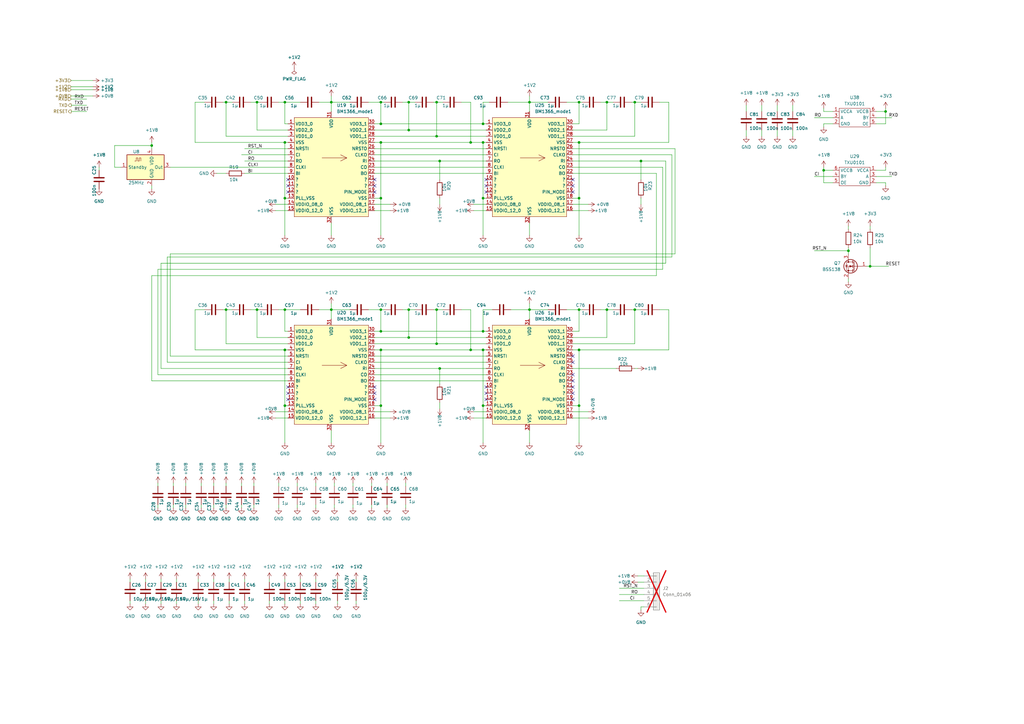
<source format=kicad_sch>
(kicad_sch (version 20231120) (generator "eeschema") (generator_version "8.0")
  (paper "A3")
  (title_block (title "BM1366 PiAxe") (date "2023-10-10") (rev "202"))
  (junction (at 217.17 41.91))
  (junction (at 262.89 66.04))
  (junction (at 156.21 41.91))
  (junction (at 167.64 127))
  (junction (at 248.92 41.91))
  (junction (at 198.12 166.37))
  (junction (at 167.64 41.91))
  (junction (at 237.49 127))
  (junction (at 92.71 127))
  (junction (at 105.41 127))
  (junction (at 92.71 41.91))
  (junction (at 179.07 127))
  (junction (at 135.89 127))
  (junction (at 116.84 166.37))
  (junction (at 237.49 166.37))
  (junction (at 156.21 50.8))
  (junction (at 356.87 109.22))
  (junction (at 62.23 59.69))
  (junction (at 116.84 127))
  (junction (at 116.84 143.51))
  (junction (at 193.04 58.42))
  (junction (at 198.12 135.89))
  (junction (at 198.12 81.28))
  (junction (at 156.21 127))
  (junction (at 237.49 81.28))
  (junction (at 237.49 58.42))
  (junction (at 260.35 41.91))
  (junction (at 193.04 143.51))
  (junction (at 180.34 151.13))
  (junction (at 198.12 50.8))
  (junction (at 363.22 45.72))
  (junction (at 156.21 135.89))
  (junction (at 237.49 143.51))
  (junction (at 135.89 41.91))
  (junction (at 260.35 127))
  (junction (at 156.21 143.51))
  (junction (at 105.41 41.91))
  (junction (at 156.21 166.37))
  (junction (at 237.49 41.91))
  (junction (at 347.98 102.87))
  (junction (at 116.84 58.42))
  (junction (at 248.92 127))
  (junction (at 179.07 140.97))
  (junction (at 180.34 66.04))
  (junction (at 217.17 127))
  (junction (at 167.64 138.43))
  (junction (at 116.84 41.91))
  (junction (at 116.84 81.28))
  (junction (at 156.21 58.42))
  (junction (at 179.07 55.88))
  (junction (at 198.12 58.42))
  (junction (at 156.21 81.28))
  (junction (at 167.64 53.34))
  (junction (at 179.07 41.91))
  (junction (at 198.12 143.51))
  (junction (at 337.82 69.85))
  (no_connect (at 234.95 73.66))
  (no_connect (at 153.67 163.83))
  (no_connect (at 153.67 158.75))
  (no_connect (at 234.95 78.74))
  (no_connect (at 118.11 163.83))
  (no_connect (at 153.67 161.29))
  (no_connect (at 234.95 153.67))
  (no_connect (at 234.95 161.29))
  (no_connect (at 234.95 148.59))
  (no_connect (at 234.95 156.21))
  (no_connect (at 153.67 73.66))
  (no_connect (at 153.67 76.2))
  (no_connect (at 234.95 158.75))
  (no_connect (at 234.95 163.83))
  (no_connect (at 199.39 158.75))
  (no_connect (at 118.11 76.2))
  (no_connect (at 199.39 78.74))
  (no_connect (at 199.39 163.83))
  (no_connect (at 199.39 161.29))
  (no_connect (at 234.95 146.05))
  (no_connect (at 199.39 73.66))
  (no_connect (at 199.39 76.2))
  (no_connect (at 153.67 78.74))
  (no_connect (at 118.11 78.74))
  (no_connect (at 118.11 158.75))
  (no_connect (at 118.11 73.66))
  (no_connect (at 234.95 76.2))
  (no_connect (at 118.11 161.29))
  (wire (pts (xy 153.67 151.13) (xy 180.34 151.13)))
  (wire (pts (xy 151.13 127) (xy 156.21 127)))
  (wire (pts (xy 87.63 246.38) (xy 87.63 247.65)))
  (wire (pts (xy 129.54 207.01) (xy 129.54 208.28)))
  (wire (pts (xy 156.21 143.51) (xy 156.21 166.37)))
  (wire (pts (xy 62.23 59.69) (xy 62.23 60.96)))
  (wire (pts (xy 347.98 92.71) (xy 347.98 93.98)))
  (wire (pts (xy 180.34 66.04) (xy 180.34 73.66)))
  (wire (pts (xy 66.04 246.38) (xy 66.04 247.65)))
  (wire (pts (xy 66.04 107.95) (xy 66.04 151.13)))
  (wire (pts (xy 259.08 127) (xy 260.35 127)))
  (wire (pts (xy 234.95 53.34) (xy 248.92 53.34)))
  (wire (pts (xy 337.82 50.8) (xy 341.63 50.8)))
  (wire (pts (xy 167.64 138.43) (xy 199.39 138.43)))
  (wire (pts (xy 29.21 35.56) (xy 38.1 35.56)))
  (wire (pts (xy 137.16 199.39) (xy 137.16 198.12)))
  (wire (pts (xy 179.07 55.88) (xy 179.07 41.91)))
  (wire (pts (xy 129.54 237.49) (xy 129.54 238.76)))
  (wire (pts (xy 217.17 176.53) (xy 217.17 181.61)))
  (wire (pts (xy 167.64 127) (xy 170.18 127)))
  (wire (pts (xy 246.38 127) (xy 248.92 127)))
  (wire (pts (xy 355.6 109.22) (xy 356.87 109.22)))
  (wire (pts (xy 193.04 58.42) (xy 193.04 41.91)))
  (wire (pts (xy 167.64 53.34) (xy 167.64 41.91)))
  (wire (pts (xy 64.77 198.12) (xy 64.77 199.39)))
  (wire (pts (xy 156.21 58.42) (xy 156.21 81.28)))
  (wire (pts (xy 100.33 71.12) (xy 118.11 71.12)))
  (wire (pts (xy 237.49 41.91) (xy 238.76 41.91)))
  (wire (pts (xy 347.98 101.6) (xy 347.98 102.87)))
  (wire (pts (xy 105.41 127) (xy 106.68 127)))
  (wire (pts (xy 269.24 71.12) (xy 269.24 113.03)))
  (wire (pts (xy 334.01 72.39) (xy 341.63 72.39)))
  (wire (pts (xy 274.32 127) (xy 270.51 127)))
  (wire (pts (xy 62.23 58.42) (xy 62.23 59.69)))
  (wire (pts (xy 363.22 45.72) (xy 363.22 44.45)))
  (wire (pts (xy 341.63 74.93) (xy 337.82 74.93)))
  (wire (pts (xy 64.77 207.01) (xy 64.77 208.28)))
  (wire (pts (xy 62.23 113.03) (xy 62.23 156.21)))
  (wire (pts (xy 234.95 138.43) (xy 248.92 138.43)))
  (wire (pts (xy 153.67 168.91) (xy 160.02 168.91)))
  (wire (pts (xy 153.67 148.59) (xy 199.39 148.59)))
  (wire (pts (xy 234.95 58.42) (xy 237.49 58.42)))
  (wire (pts (xy 234.95 86.36) (xy 241.3 86.36)))
  (wire (pts (xy 40.64 68.58) (xy 40.64 69.85)))
  (wire (pts (xy 363.22 76.2) (xy 363.22 74.93)))
  (wire (pts (xy 156.21 50.8) (xy 198.12 50.8)))
  (wire (pts (xy 156.21 135.89) (xy 156.21 127)))
  (wire (pts (xy 153.67 140.97) (xy 179.07 140.97)))
  (wire (pts (xy 359.41 48.26) (xy 365.76 48.26)))
  (wire (pts (xy 198.12 166.37) (xy 198.12 181.61)))
  (wire (pts (xy 261.62 238.76) (xy 264.16 238.76)))
  (wire (pts (xy 234.95 143.51) (xy 237.49 143.51)))
  (wire (pts (xy 99.06 63.5) (xy 118.11 63.5)))
  (wire (pts (xy 156.21 166.37) (xy 156.21 181.61)))
  (wire (pts (xy 104.14 207.01) (xy 104.14 208.28)))
  (wire (pts (xy 137.16 207.01) (xy 137.16 208.28)))
  (wire (pts (xy 153.67 58.42) (xy 156.21 58.42)))
  (wire (pts (xy 217.17 41.91) (xy 224.79 41.91)))
  (wire (pts (xy 153.67 146.05) (xy 199.39 146.05)))
  (wire (pts (xy 262.89 81.28) (xy 262.89 83.82)))
  (wire (pts (xy 306.07 43.18) (xy 306.07 45.72)))
  (wire (pts (xy 179.07 55.88) (xy 199.39 55.88)))
  (wire (pts (xy 271.78 68.58) (xy 234.95 68.58)))
  (wire (pts (xy 234.95 171.45) (xy 241.3 171.45)))
  (wire (pts (xy 334.01 102.87) (xy 347.98 102.87)))
  (wire (pts (xy 59.69 237.49) (xy 59.69 238.76)))
  (wire (pts (xy 217.17 124.46) (xy 217.17 127)))
  (wire (pts (xy 82.55 207.01) (xy 82.55 208.28)))
  (wire (pts (xy 76.2 207.01) (xy 76.2 208.28)))
  (wire (pts (xy 179.07 127) (xy 181.61 127)))
  (wire (pts (xy 116.84 81.28) (xy 116.84 96.52)))
  (wire (pts (xy 198.12 127) (xy 201.93 127)))
  (wire (pts (xy 46.99 59.69) (xy 46.99 68.58)))
  (wire (pts (xy 337.82 74.93) (xy 337.82 69.85)))
  (wire (pts (xy 66.04 151.13) (xy 118.11 151.13)))
  (wire (pts (xy 363.22 50.8) (xy 363.22 45.72)))
  (wire (pts (xy 237.49 50.8) (xy 237.49 41.91)))
  (wire (pts (xy 246.38 41.91) (xy 248.92 41.91)))
  (wire (pts (xy 153.67 66.04) (xy 180.34 66.04)))
  (wire (pts (xy 123.19 246.38) (xy 123.19 247.65)))
  (wire (pts (xy 325.12 53.34) (xy 325.12 55.88)))
  (wire (pts (xy 71.12 198.12) (xy 71.12 199.39)))
  (wire (pts (xy 194.31 83.82) (xy 199.39 83.82)))
  (wire (pts (xy 248.92 41.91) (xy 251.46 41.91)))
  (wire (pts (xy 29.21 33.02) (xy 38.1 33.02)))
  (wire (pts (xy 59.69 246.38) (xy 59.69 247.65)))
  (wire (pts (xy 62.23 59.69) (xy 46.99 59.69)))
  (wire (pts (xy 93.98 246.38) (xy 93.98 247.65)))
  (wire (pts (xy 217.17 39.37) (xy 217.17 41.91)))
  (wire (pts (xy 273.05 107.95) (xy 66.04 107.95)))
  (wire (pts (xy 146.05 237.49) (xy 146.05 238.76)))
  (wire (pts (xy 237.49 166.37) (xy 237.49 181.61)))
  (wire (pts (xy 116.84 127) (xy 116.84 135.89)))
  (wire (pts (xy 100.33 246.38) (xy 100.33 247.65)))
  (wire (pts (xy 248.92 53.34) (xy 248.92 41.91)))
  (wire (pts (xy 179.07 140.97) (xy 179.07 127)))
  (wire (pts (xy 72.39 237.49) (xy 72.39 238.76)))
  (wire (pts (xy 100.33 237.49) (xy 100.33 238.76)))
  (wire (pts (xy 275.59 63.5) (xy 234.95 63.5)))
  (wire (pts (xy 275.59 105.41) (xy 275.59 63.5)))
  (wire (pts (xy 156.21 135.89) (xy 198.12 135.89)))
  (wire (pts (xy 274.32 58.42) (xy 274.32 41.91)))
  (wire (pts (xy 234.95 55.88) (xy 260.35 55.88)))
  (wire (pts (xy 234.95 140.97) (xy 260.35 140.97)))
  (wire (pts (xy 153.67 63.5) (xy 199.39 63.5)))
  (wire (pts (xy 177.8 127) (xy 179.07 127)))
  (wire (pts (xy 135.89 124.46) (xy 135.89 127)))
  (wire (pts (xy 234.95 66.04) (xy 262.89 66.04)))
  (wire (pts (xy 153.67 55.88) (xy 179.07 55.88)))
  (wire (pts (xy 116.84 135.89) (xy 118.11 135.89)))
  (wire (pts (xy 151.13 41.91) (xy 156.21 41.91)))
  (wire (pts (xy 46.99 68.58) (xy 49.53 68.58)))
  (wire (pts (xy 153.67 71.12) (xy 199.39 71.12)))
  (wire (pts (xy 99.06 198.12) (xy 99.06 199.39)))
  (wire (pts (xy 318.77 53.34) (xy 318.77 55.88)))
  (wire (pts (xy 262.89 248.92) (xy 264.16 248.92)))
  (wire (pts (xy 217.17 127) (xy 217.17 130.81)))
  (wire (pts (xy 110.49 237.49) (xy 110.49 238.76)))
  (wire (pts (xy 114.3 41.91) (xy 116.84 41.91)))
  (wire (pts (xy 92.71 140.97) (xy 118.11 140.97)))
  (wire (pts (xy 165.1 41.91) (xy 167.64 41.91)))
  (wire (pts (xy 180.34 165.1) (xy 180.34 167.64)))
  (wire (pts (xy 237.49 135.89) (xy 237.49 127)))
  (wire (pts (xy 69.85 146.05) (xy 118.11 146.05)))
  (wire (pts (xy 274.32 143.51) (xy 274.32 127)))
  (wire (pts (xy 114.3 198.12) (xy 114.3 199.39)))
  (wire (pts (xy 135.89 91.44) (xy 135.89 96.52)))
  (wire (pts (xy 105.41 41.91) (xy 106.68 41.91)))
  (wire (pts (xy 237.49 81.28) (xy 237.49 96.52)))
  (wire (pts (xy 337.82 68.58) (xy 337.82 69.85)))
  (wire (pts (xy 156.21 81.28) (xy 156.21 96.52)))
  (wire (pts (xy 347.98 102.87) (xy 347.98 104.14)))
  (wire (pts (xy 356.87 109.22) (xy 364.49 109.22)))
  (wire (pts (xy 217.17 91.44) (xy 217.17 96.52)))
  (wire (pts (xy 273.05 66.04) (xy 273.05 107.95)))
  (wire (pts (xy 237.49 143.51) (xy 237.49 166.37)))
  (wire (pts (xy 200.66 41.91) (xy 198.12 41.91)))
  (wire (pts (xy 234.95 166.37) (xy 237.49 166.37)))
  (wire (pts (xy 123.19 237.49) (xy 123.19 238.76)))
  (wire (pts (xy 153.67 153.67) (xy 199.39 153.67)))
  (wire (pts (xy 92.71 55.88) (xy 92.71 41.91)))
  (wire (pts (xy 116.84 58.42) (xy 116.84 81.28)))
  (wire (pts (xy 180.34 151.13) (xy 180.34 157.48)))
  (wire (pts (xy 69.85 104.14) (xy 69.85 146.05)))
  (wire (pts (xy 135.89 41.91) (xy 143.51 41.91)))
  (wire (pts (xy 156.21 127) (xy 157.48 127)))
  (wire (pts (xy 116.84 143.51) (xy 116.84 166.37)))
  (wire (pts (xy 167.64 138.43) (xy 167.64 127)))
  (wire (pts (xy 158.75 199.39) (xy 158.75 198.12)))
  (wire (pts (xy 153.67 81.28) (xy 156.21 81.28)))
  (wire (pts (xy 102.87 41.91) (xy 105.41 41.91)))
  (wire (pts (xy 102.87 127) (xy 105.41 127)))
  (wire (pts (xy 105.41 138.43) (xy 105.41 127)))
  (wire (pts (xy 116.84 58.42) (xy 80.01 58.42)))
  (wire (pts (xy 194.31 168.91) (xy 199.39 168.91)))
  (wire (pts (xy 194.31 86.36) (xy 199.39 86.36)))
  (wire (pts (xy 93.98 237.49) (xy 93.98 238.76)))
  (wire (pts (xy 80.01 41.91) (xy 83.82 41.91)))
  (wire (pts (xy 156.21 41.91) (xy 157.48 41.91)))
  (wire (pts (xy 359.41 45.72) (xy 363.22 45.72)))
  (wire (pts (xy 114.3 127) (xy 116.84 127)))
  (wire (pts (xy 199.39 143.51) (xy 198.12 143.51)))
  (wire (pts (xy 337.82 44.45) (xy 337.82 45.72)))
  (wire (pts (xy 234.95 168.91) (xy 241.3 168.91)))
  (wire (pts (xy 334.01 48.26) (xy 341.63 48.26)))
  (wire (pts (xy 113.03 171.45) (xy 118.11 171.45)))
  (wire (pts (xy 217.17 41.91) (xy 217.17 45.72)))
  (wire (pts (xy 237.49 58.42) (xy 274.32 58.42)))
  (wire (pts (xy 121.92 198.12) (xy 121.92 199.39)))
  (wire (pts (xy 153.67 156.21) (xy 199.39 156.21)))
  (wire (pts (xy 72.39 246.38) (xy 72.39 247.65)))
  (wire (pts (xy 208.28 41.91) (xy 217.17 41.91)))
  (wire (pts (xy 135.89 176.53) (xy 135.89 181.61)))
  (wire (pts (xy 116.84 127) (xy 123.19 127)))
  (wire (pts (xy 152.4 207.01) (xy 152.4 208.28)))
  (wire (pts (xy 113.03 86.36) (xy 118.11 86.36)))
  (wire (pts (xy 68.58 148.59) (xy 118.11 148.59)))
  (wire (pts (xy 166.37 207.01) (xy 166.37 208.28)))
  (wire (pts (xy 276.86 104.14) (xy 69.85 104.14)))
  (wire (pts (xy 116.84 143.51) (xy 80.01 143.51)))
  (wire (pts (xy 68.58 105.41) (xy 275.59 105.41)))
  (wire (pts (xy 92.71 41.91) (xy 95.25 41.91)))
  (wire (pts (xy 193.04 143.51) (xy 198.12 143.51)))
  (wire (pts (xy 64.77 110.49) (xy 271.78 110.49)))
  (wire (pts (xy 363.22 69.85) (xy 363.22 68.58)))
  (wire (pts (xy 130.81 41.91) (xy 135.89 41.91)))
  (wire (pts (xy 76.2 198.12) (xy 76.2 199.39)))
  (wire (pts (xy 116.84 50.8) (xy 118.11 50.8)))
  (wire (pts (xy 144.78 207.01) (xy 144.78 208.28)))
  (wire (pts (xy 113.03 83.82) (xy 118.11 83.82)))
  (wire (pts (xy 359.41 72.39) (xy 365.76 72.39)))
  (wire (pts (xy 177.8 41.91) (xy 179.07 41.91)))
  (wire (pts (xy 87.63 237.49) (xy 87.63 238.76)))
  (wire (pts (xy 234.95 151.13) (xy 252.73 151.13)))
  (wire (pts (xy 153.67 135.89) (xy 156.21 135.89)))
  (wire (pts (xy 193.04 58.42) (xy 198.12 58.42)))
  (wire (pts (xy 91.44 41.91) (xy 92.71 41.91)))
  (wire (pts (xy 153.67 166.37) (xy 156.21 166.37)))
  (wire (pts (xy 356.87 101.6) (xy 356.87 109.22)))
  (wire (pts (xy 69.85 68.58) (xy 118.11 68.58)))
  (wire (pts (xy 82.55 198.12) (xy 82.55 199.39)))
  (wire (pts (xy 144.78 198.12) (xy 144.78 199.39)))
  (wire (pts (xy 359.41 69.85) (xy 363.22 69.85)))
  (wire (pts (xy 234.95 71.12) (xy 269.24 71.12)))
  (wire (pts (xy 198.12 81.28) (xy 199.39 81.28)))
  (wire (pts (xy 129.54 199.39) (xy 129.54 198.12)))
  (wire (pts (xy 198.12 41.91) (xy 198.12 50.8)))
  (wire (pts (xy 105.41 53.34) (xy 105.41 41.91)))
  (wire (pts (xy 138.43 237.49) (xy 138.43 238.76)))
  (wire (pts (xy 318.77 43.18) (xy 318.77 45.72)))
  (wire (pts (xy 100.33 60.96) (xy 118.11 60.96)))
  (wire (pts (xy 259.08 41.91) (xy 260.35 41.91)))
  (wire (pts (xy 146.05 246.38) (xy 146.05 247.65)))
  (wire (pts (xy 260.35 55.88) (xy 260.35 41.91)))
  (wire (pts (xy 88.9 71.12) (xy 92.71 71.12)))
  (wire (pts (xy 234.95 83.82) (xy 241.3 83.82)))
  (wire (pts (xy 363.22 74.93) (xy 359.41 74.93)))
  (wire (pts (xy 262.89 250.19) (xy 262.89 248.92)))
  (wire (pts (xy 135.89 127) (xy 143.51 127)))
  (wire (pts (xy 153.67 171.45) (xy 160.02 171.45)))
  (wire (pts (xy 194.31 171.45) (xy 199.39 171.45)))
  (wire (pts (xy 356.87 92.71) (xy 356.87 93.98)))
  (wire (pts (xy 116.84 166.37) (xy 118.11 166.37)))
  (wire (pts (xy 121.92 207.01) (xy 121.92 208.28)))
  (wire (pts (xy 198.12 143.51) (xy 198.12 166.37)))
  (wire (pts (xy 312.42 43.18) (xy 312.42 45.72)))
  (wire (pts (xy 153.67 86.36) (xy 160.02 86.36)))
  (wire (pts (xy 234.95 60.96) (xy 276.86 60.96)))
  (wire (pts (xy 180.34 151.13) (xy 199.39 151.13)))
  (wire (pts (xy 260.35 127) (xy 262.89 127)))
  (wire (pts (xy 91.44 127) (xy 92.71 127)))
  (wire (pts (xy 248.92 138.43) (xy 248.92 127)))
  (wire (pts (xy 116.84 246.38) (xy 116.84 247.65)))
  (wire (pts (xy 193.04 143.51) (xy 193.04 127)))
  (wire (pts (xy 80.01 127) (xy 83.82 127)))
  (wire (pts (xy 254 246.38) (xy 264.16 246.38)))
  (wire (pts (xy 153.67 68.58) (xy 199.39 68.58)))
  (wire (pts (xy 156.21 50.8) (xy 156.21 41.91)))
  (wire (pts (xy 325.12 43.18) (xy 325.12 45.72)))
  (wire (pts (xy 167.64 53.34) (xy 199.39 53.34)))
  (wire (pts (xy 337.82 45.72) (xy 341.63 45.72)))
  (wire (pts (xy 29.21 39.37) (xy 38.1 39.37)))
  (wire (pts (xy 217.17 127) (xy 224.79 127)))
  (wire (pts (xy 347.98 114.3) (xy 347.98 115.57)))
  (wire (pts (xy 116.84 81.28) (xy 118.11 81.28)))
  (wire (pts (xy 237.49 58.42) (xy 237.49 81.28)))
  (wire (pts (xy 260.35 140.97) (xy 260.35 127)))
  (wire (pts (xy 199.39 58.42) (xy 198.12 58.42)))
  (wire (pts (xy 135.89 39.37) (xy 135.89 41.91)))
  (wire (pts (xy 260.35 41.91) (xy 262.89 41.91)))
  (wire (pts (xy 104.14 198.12) (xy 104.14 199.39)))
  (wire (pts (xy 234.95 50.8) (xy 237.49 50.8)))
  (wire (pts (xy 116.84 237.49) (xy 116.84 238.76)))
  (wire (pts (xy 337.82 52.07) (xy 337.82 50.8)))
  (wire (pts (xy 130.81 127) (xy 135.89 127)))
  (wire (pts (xy 167.64 41.91) (xy 170.18 41.91)))
  (wire (pts (xy 135.89 41.91) (xy 135.89 45.72)))
  (wire (pts (xy 193.04 41.91) (xy 189.23 41.91)))
  (wire (pts (xy 64.77 153.67) (xy 118.11 153.67)))
  (wire (pts (xy 92.71 55.88) (xy 118.11 55.88)))
  (wire (pts (xy 64.77 153.67) (xy 64.77 110.49)))
  (wire (pts (xy 234.95 135.89) (xy 237.49 135.89)))
  (wire (pts (xy 198.12 81.28) (xy 198.12 96.52)))
  (wire (pts (xy 153.67 138.43) (xy 167.64 138.43)))
  (wire (pts (xy 232.41 127) (xy 237.49 127)))
  (wire (pts (xy 248.92 127) (xy 251.46 127)))
  (wire (pts (xy 100.33 66.04) (xy 118.11 66.04)))
  (wire (pts (xy 92.71 127) (xy 95.25 127)))
  (wire (pts (xy 153.67 143.51) (xy 156.21 143.51)))
  (wire (pts (xy 113.03 168.91) (xy 118.11 168.91)))
  (wire (pts (xy 232.41 41.91) (xy 237.49 41.91)))
  (wire (pts (xy 87.63 198.12) (xy 87.63 199.39)))
  (wire (pts (xy 254 241.3) (xy 264.16 241.3)))
  (wire (pts (xy 234.95 81.28) (xy 237.49 81.28)))
  (wire (pts (xy 105.41 53.34) (xy 118.11 53.34)))
  (wire (pts (xy 138.43 246.38) (xy 138.43 247.65)))
  (wire (pts (xy 179.07 41.91) (xy 181.61 41.91)))
  (wire (pts (xy 62.23 76.2) (xy 62.23 77.47)))
  (wire (pts (xy 80.01 143.51) (xy 80.01 127)))
  (wire (pts (xy 92.71 207.01) (xy 92.71 208.28)))
  (wire (pts (xy 158.75 207.01) (xy 158.75 208.28)))
  (wire (pts (xy 81.28 246.38) (xy 81.28 247.65)))
  (wire (pts (xy 92.71 198.12) (xy 92.71 199.39)))
  (wire (pts (xy 306.07 53.34) (xy 306.07 55.88)))
  (wire (pts (xy 87.63 207.01) (xy 87.63 208.28)))
  (wire (pts (xy 337.82 69.85) (xy 341.63 69.85)))
  (wire (pts (xy 260.35 151.13) (xy 261.62 151.13)))
  (wire (pts (xy 62.23 156.21) (xy 118.11 156.21)))
  (wire (pts (xy 92.71 140.97) (xy 92.71 127)))
  (wire (pts (xy 179.07 140.97) (xy 199.39 140.97)))
  (wire (pts (xy 262.89 66.04) (xy 273.05 66.04)))
  (wire (pts (xy 68.58 148.59) (xy 68.58 105.41)))
  (wire (pts (xy 129.54 246.38) (xy 129.54 247.65)))
  (wire (pts (xy 153.67 53.34) (xy 167.64 53.34)))
  (wire (pts (xy 116.84 41.91) (xy 123.19 41.91)))
  (wire (pts (xy 271.78 110.49) (xy 271.78 68.58)))
  (wire (pts (xy 118.11 58.42) (xy 116.84 58.42)))
  (wire (pts (xy 135.89 127) (xy 135.89 130.81)))
  (wire (pts (xy 261.62 236.22) (xy 264.16 236.22)))
  (wire (pts (xy 156.21 143.51) (xy 193.04 143.51)))
  (wire (pts (xy 71.12 207.01) (xy 71.12 208.28)))
  (wire (pts (xy 118.11 143.51) (xy 116.84 143.51)))
  (wire (pts (xy 180.34 81.28) (xy 180.34 83.82)))
  (wire (pts (xy 269.24 113.03) (xy 62.23 113.03)))
  (wire (pts (xy 29.21 40.64) (xy 35.56 40.64)))
  (wire (pts (xy 81.28 237.49) (xy 81.28 238.76)))
  (wire (pts (xy 237.49 143.51) (xy 274.32 143.51)))
  (wire (pts (xy 116.84 41.91) (xy 116.84 50.8)))
  (wire (pts (xy 166.37 199.39) (xy 166.37 198.12)))
  (wire (pts (xy 180.34 66.04) (xy 199.39 66.04)))
  (wire (pts (xy 274.32 41.91) (xy 270.51 41.91)))
  (wire (pts (xy 165.1 127) (xy 167.64 127)))
  (wire (pts (xy 198.12 127) (xy 198.12 135.89)))
  (wire (pts (xy 105.41 138.43) (xy 118.11 138.43)))
  (wire (pts (xy 53.34 237.49) (xy 53.34 238.76)))
  (wire (pts (xy 156.21 58.42) (xy 193.04 58.42)))
  (wire (pts (xy 66.04 237.49) (xy 66.04 238.76)))
  (wire (pts (xy 153.67 83.82) (xy 160.02 83.82)))
  (wire (pts (xy 209.55 127) (xy 217.17 127)))
  (wire (pts (xy 262.89 66.04) (xy 262.89 73.66)))
  (wire (pts (xy 198.12 58.42) (xy 198.12 81.28)))
  (wire (pts (xy 110.49 246.38) (xy 110.49 247.65)))
  (wire (pts (xy 153.67 60.96) (xy 199.39 60.96)))
  (wire (pts (xy 153.67 50.8) (xy 156.21 50.8)))
  (wire (pts (xy 359.41 50.8) (xy 363.22 50.8)))
  (wire (pts (xy 114.3 207.01) (xy 114.3 208.28)))
  (wire (pts (xy 193.04 127) (xy 189.23 127)))
  (wire (pts (xy 116.84 166.37) (xy 116.84 181.61)))
  (wire (pts (xy 29.21 43.18) (xy 35.56 43.18)))
  (wire (pts (xy 312.42 53.34) (xy 312.42 55.88)))
  (wire (pts (xy 152.4 198.12) (xy 152.4 199.39)))
  (wire (pts (xy 254 243.84) (xy 264.16 243.84)))
  (wire (pts (xy 80.01 58.42) (xy 80.01 41.91)))
  (wire (pts (xy 276.86 60.96) (xy 276.86 104.14)))
  (wire (pts (xy 198.12 50.8) (xy 199.39 50.8)))
  (wire (pts (xy 99.06 207.01) (xy 99.06 208.28)))
  (wire (pts (xy 237.49 127) (xy 238.76 127)))
  (wire (pts (xy 29.21 45.72) (xy 35.56 45.72)))
  (wire (pts (xy 53.34 246.38) (xy 53.34 247.65)))
  (wire (pts (xy 29.21 36.83) (xy 38.1 36.83)))
  (wire (pts (xy 198.12 135.89) (xy 199.39 135.89)))
  (wire (pts (xy 198.12 166.37) (xy 199.39 166.37)))
  (label "RO" (at 334.01 48.26 0))
  (label "RESET" (at 363.22 109.22 0))
  (label "RST_N" (at 261.62 241.3 180))
  (label "RO" (at 101.6 66.04 0))
  (label "CI" (at 260.35 246.38 180))
  (label "CLKI" (at 101.6 68.58 0))
  (label "TXD" (at 30.48 43.18 0))
  (label "RXD" (at 30.48 40.64 0))
  (label "RST_N" (at 101.6 60.96 0))
  (label "TXD" (at 364.49 72.39 0))
  (label "RST_N" (at 339.09 102.87 180))
  (label "RXD" (at 364.49 48.26 0))
  (label "RESET" (at 30.48 45.72 0))
  (label "RO" (at 261.62 243.84 180))
  (label "BI" (at 101.6 71.12 0))
  (label "CI" (at 101.6 63.5 0))
  (label "CI" (at 334.01 72.39 0))
  (hierarchical_label "+3V3" (shape input) (at 29.21 33.02 180))
  (hierarchical_label "+0V8" (shape input) (at 29.21 39.37 180))
  (hierarchical_label "+1V8" (shape input) (at 29.21 36.83 180))
  (hierarchical_label "TXD" (shape output) (at 29.21 43.18 180))
  (hierarchical_label "RESET" (shape output) (at 29.21 45.72 180))
  (hierarchical_label "+1V2" (shape input) (at 29.21 35.56 180))
  (hierarchical_label "RXD" (shape input) (at 29.21 40.64 180))
  (symbol (lib_id "Device:R") (at 347.98 97.79 180) (unit 1)
    (property "Reference" "R24" (at 349.885 96.52 0) (effects (justify right)))
    (property "Value" "10k" (at 349.885 99.06 0) (effects (justify right)))
    (property "Footprint" "Resistor_SMD:R_0805_2012Metric" (effects (hide yes)))
  )
  (symbol (lib_id "power:GND") (at 64.77 208.28 0) (mirror y) (unit 1)
    (property "Reference" "#PWR062" (effects (hide yes)))
    (property "Value" "GND" (at 64.77 212.725 0))
  )
  (symbol (lib_name "GND_7") (lib_id "power:GND") (at 123.19 247.65 0) (unit 1)
    (property "Reference" "#PWR0102" (effects (hide yes)))
    (property "Value" "GND" (at 123.19 252.73 0))
  )
  (symbol (lib_id "power:GND") (at 312.42 55.88 0) (mirror y) (unit 1)
    (property "Reference" "#PWR0150" (effects (hide yes)))
    (property "Value" "GND" (at 312.42 60.325 0))
  )
  (symbol (lib_id "Device:C") (at 173.99 127 90) (unit 1)
    (property "Reference" "C70" (at 171.45 124.46 90) (effects (justify left bottom)))
    (property "Value" "1µ" (at 172.72 127.635 90) (effects (justify left bottom)))
    (property "Footprint" "Capacitor_SMD:C_0805_2012Metric" (effects (hide yes)))
  )
  (symbol (lib_name "GND_7") (lib_id "power:GND") (at 81.28 247.65 0) (unit 1)
    (property "Reference" "#PWR070" (effects (hide yes)))
    (property "Value" "GND" (at 81.28 252.73 0))
  )
  (symbol (lib_id "mylib7:TXU0101DCK") (at 350.52 48.26 0) (unit 1)
    (property "Reference" "U38" (at 350.52 40.005 0))
    (property "Value" "TXU0101" (at 350.52 42.545 0))
    (property "Footprint" "Package_TO_SOT_SMD:SOT-363_SC-70-6" (effects (hide yes)))
    (property "Distributor" "D" (effects (hide yes)))
    (property "Manufacturer" "TXU0101DCKR" (effects (hide yes)))
    (property "OrderNr" "296-TXU0101DCKRCT-ND" (effects (hide yes)))
  )
  (symbol (lib_id "power:+1V2") (at 38.1 35.56 270) (unit 1)
    (property "Reference" "#PWR050" (effects (hide yes)))
    (property "Value" "+1V2" (at 41.275 35.56 90) (effects (justify left)))
  )
  (symbol (lib_id "Device:C") (at 92.71 203.2 180) (unit 1)
    (property "Reference" "C40" (at 90.17 205.74 90) (effects (justify left bottom)))
    (property "Value" "1µ" (at 93.345 204.47 90) (effects (justify left bottom)))
    (property "Footprint" "Capacitor_SMD:C_0805_2012Metric" (effects (hide yes)))
  )
  (symbol (lib_id "mylib7:+0V8") (at 113.03 168.91 90) (unit 1)
    (property "Reference" "U18" (effects (hide yes)))
    (property "Value" "+0V8" (at 113.665 167.64 90) (effects (justify left)))
    (property "Distributor" "-" (effects (hide yes)))
  )
  (symbol (lib_id "power:+1V8") (at 62.23 58.42 0) (unit 1)
    (property "Reference" "#PWR060" (effects (hide yes)))
    (property "Value" "+1V8" (at 62.23 53.34 0))
  )
  (symbol (lib_id "power:+1V8") (at 312.42 43.18 0) (unit 1)
    (property "Reference" "#PWR0149" (effects (hide yes)))
    (property "Value" "+1V8" (at 312.42 38.1 0))
  )
  (symbol (lib_id "power:+1V8") (at 261.62 236.22 90) (unit 1)
    (property "Reference" "#PWR0190" (effects (hide yes)))
    (property "Value" "+1V8" (at 258.445 236.22 90) (effects (justify left)))
  )
  (symbol (lib_id "power:+1V8") (at 347.98 92.71 0) (unit 1)
    (property "Reference" "#PWR0155" (effects (hide yes)))
    (property "Value" "+1V8" (at 347.98 87.63 0))
  )
  (symbol (lib_name "GND_7") (lib_id "power:GND") (at 72.39 247.65 0) (unit 1)
    (property "Reference" "#PWR067" (effects (hide yes)))
    (property "Value" "GND" (at 72.39 252.73 0))
  )
  (symbol (lib_id "power:+1V2") (at 93.98 237.49 0) (unit 1)
    (property "Reference" "#PWR079" (effects (hide yes)))
    (property "Value" "+1V2" (at 93.98 232.41 0))
  )
  (symbol (lib_id "power:GND") (at 217.17 181.61 0) (mirror y) (unit 1)
    (property "Reference" "#PWR0134" (effects (hide yes)))
    (property "Value" "GND" (at 217.17 186.055 0))
  )
  (symbol (lib_id "power:+1V2") (at 217.17 39.37 0) (unit 1)
    (property "Reference" "#PWR0131" (effects (hide yes)))
    (property "Value" "+1V2" (at 217.17 34.925 0))
  )
  (symbol (lib_id "power:GND") (at 217.17 96.52 0) (mirror y) (unit 1)
    (property "Reference" "#PWR0132" (effects (hide yes)))
    (property "Value" "GND" (at 217.17 100.965 0))
  )
  (symbol (lib_id "Device:R") (at 180.34 77.47 0) (unit 1)
    (property "Reference" "R20" (at 184.15 76.2 90))
    (property "Value" "10k" (at 182.245 76.835 90))
    (property "Footprint" "Resistor_SMD:R_0805_2012Metric" (effects (hide yes)))
  )
  (symbol (lib_id "power:GND") (at 166.37 208.28 0) (mirror y) (unit 1)
    (property "Reference" "#PWR0124" (effects (hide yes)))
    (property "Value" "GND" (at 166.37 212.725 0))
  )
  (symbol (lib_id "Device:C") (at 99.06 127 90) (unit 1)
    (property "Reference" "C43" (at 96.52 124.46 90) (effects (justify left bottom)))
    (property "Value" "1µ" (at 97.79 127.635 90) (effects (justify left bottom)))
    (property "Footprint" "Capacitor_SMD:C_0805_2012Metric" (effects (hide yes)))
  )
  (symbol (lib_id "power:+1V8") (at 113.03 86.36 90) (unit 1)
    (property "Reference" "#PWR091" (effects (hide yes)))
    (property "Value" "+1V8" (at 107.95 86.36 90))
  )
  (symbol (lib_id "power:+1V2") (at 123.19 237.49 0) (unit 1)
    (property "Reference" "#PWR0101" (effects (hide yes)))
    (property "Value" "+1V2" (at 123.19 232.41 0))
  )
  (symbol (lib_id "power:+1V2") (at 66.04 237.49 0) (unit 1)
    (property "Reference" "#PWR063" (effects (hide yes)))
    (property "Value" "+1V2" (at 66.04 232.41 0))
  )
  (symbol (lib_id "power:+3V3") (at 363.22 44.45 0) (unit 1)
    (property "Reference" "#PWR0144" (effects (hide yes)))
    (property "Value" "+3V3" (at 363.22 39.37 0))
  )
  (symbol (lib_id "power:+1V8") (at 144.78 198.12 0) (unit 1)
    (property "Reference" "#PWR0113" (effects (hide yes)))
    (property "Value" "+1V8" (at 144.78 194.31 0))
  )
  (symbol (lib_id "power:GND") (at 237.49 181.61 0) (mirror y) (unit 1)
    (property "Reference" "#PWR0136" (effects (hide yes)))
    (property "Value" "GND" (at 237.49 186.055 0))
  )
  (symbol (lib_id "Device:C") (at 185.42 41.91 90) (unit 1)
    (property "Reference" "C71" (at 182.88 39.37 90) (effects (justify left bottom)))
    (property "Value" "1µ" (at 184.15 42.545 90) (effects (justify left bottom)))
    (property "Footprint" "Capacitor_SMD:C_0805_2012Metric" (effects (hide yes)))
  )
  (symbol (lib_id "power:+1V2") (at 87.63 237.49 0) (unit 1)
    (property "Reference" "#PWR073" (effects (hide yes)))
    (property "Value" "+1V2" (at 87.63 232.41 0))
  )
  (symbol (lib_id "power:GND") (at 135.89 96.52 0) (mirror y) (unit 1)
    (property "Reference" "#PWR0108" (effects (hide yes)))
    (property "Value" "GND" (at 135.89 100.965 0))
  )
  (symbol (lib_name "GND_4") (lib_id "power:GND") (at 88.9 71.12 270) (unit 1)
    (property "Reference" "#PWR075" (effects (hide yes)))
    (property "Value" "GND" (at 85.725 71.12 90) (effects (justify right)))
  )
  (symbol (lib_id "mylib7:+0V8") (at 241.3 83.82 270) (unit 1)
    (property "Reference" "U27" (effects (hide yes)))
    (property "Value" "+0V8" (at 244.475 83.82 90) (effects (justify left)))
    (property "Distributor" "-" (effects (hide yes)))
  )
  (symbol (lib_id "power:+1V8") (at 160.02 86.36 270) (unit 1)
    (property "Reference" "#PWR0121" (effects (hide yes)))
    (property "Value" "+1V8" (at 165.1 86.36 90))
  )
  (symbol (lib_id "power:+1V8") (at 38.1 36.83 270) (unit 1)
    (property "Reference" "#PWR051" (effects (hide yes)))
    (property "Value" "+1V8" (at 41.275 36.83 90) (effects (justify left)))
  )
  (symbol (lib_id "power:+1V8") (at 152.4 198.12 0) (unit 1)
    (property "Reference" "#PWR0115" (effects (hide yes)))
    (property "Value" "+1V8" (at 152.4 194.31 0))
  )
  (symbol (lib_id "mylib7:+0V8") (at 99.06 198.12 0) (unit 1)
    (property "Reference" "U15" (effects (hide yes)))
    (property "Value" "+0V8" (at 99.06 194.945 90) (effects (justify left)))
    (property "Distributor" "-" (effects (hide yes)))
  )
  (symbol (lib_id "power:GND") (at 92.71 208.28 0) (mirror y) (unit 1)
    (property "Reference" "#PWR078" (effects (hide yes)))
    (property "Value" "GND" (at 92.71 212.725 0))
  )
  (symbol (lib_id "mylib7:+0V8") (at 160.02 83.82 270) (unit 1)
    (property "Reference" "U21" (effects (hide yes)))
    (property "Value" "+0V8" (at 163.195 83.82 90) (effects (justify left)))
    (property "Distributor" "-" (effects (hide yes)))
  )
  (symbol (lib_id "power:GND") (at 71.12 208.28 0) (mirror y) (unit 1)
    (property "Reference" "#PWR065" (effects (hide yes)))
    (property "Value" "GND" (at 71.12 212.725 0))
  )
  (symbol (lib_id "mylib7:+0V8") (at 71.12 198.12 0) (unit 1)
    (property "Reference" "U10" (effects (hide yes)))
    (property "Value" "+0V8" (at 71.12 194.945 90) (effects (justify left)))
    (property "Distributor" "-" (effects (hide yes)))
  )
  (symbol (lib_id "Device:C") (at 173.99 41.91 90) (unit 1)
    (property "Reference" "C69" (at 171.45 39.37 90) (effects (justify left bottom)))
    (property "Value" "1µ" (at 172.72 42.545 90) (effects (justify left bottom)))
    (property "Footprint" "Capacitor_SMD:C_0805_2012Metric" (effects (hide yes)))
  )
  (symbol (lib_id "Device:C") (at 110.49 242.57 0) (unit 1)
    (property "Reference" "C49" (at 111.125 240.665 0) (effects (justify left bottom)))
    (property "Value" "100n" (at 111.76 246.38 0) (effects (justify left bottom)))
    (property "Footprint" "Capacitor_SMD:C_0805_2012Metric" (effects (hide yes)))
  )
  (symbol (lib_id "Device:C") (at 76.2 203.2 180) (unit 1)
    (property "Reference" "C32" (at 73.66 205.74 90) (effects (justify left bottom)))
    (property "Value" "1µ" (at 76.835 204.47 90) (effects (justify left bottom)))
    (property "Footprint" "Capacitor_SMD:C_0805_2012Metric" (effects (hide yes)))
  )
  (symbol (lib_id "mylib7:+0V8") (at 87.63 198.12 0) (unit 1)
    (property "Reference" "U13" (effects (hide yes)))
    (property "Value" "+0V8" (at 87.63 194.945 90) (effects (justify left)))
    (property "Distributor" "-" (effects (hide yes)))
  )
  (symbol (lib_id "Device:C") (at 138.43 242.57 0) (unit 1)
    (property "Reference" "C55" (at 137.16 241.3 90) (effects (justify left)))
    (property "Value" "100µ/6.3V" (at 142.24 246.38 90) (effects (justify left)))
    (property "Footprint" "Capacitor_SMD:C_1210_3225Metric" (effects (hide yes)))
    (property "Distributor" "D" (effects (hide yes)))
    (property "Manufacturer" "C1210C107M9PAC7800" (effects (hide yes)))
    (property "OrderNr" "399-C1210C107M9PAC7800CT-ND" (effects (hide yes)))
    (instances (project "power" (path "" (reference "C55") (unit 1))) (project "qaxe" (path "" (reference "C15") (unit 1))))
  )
  (symbol (lib_id "mylib7:+0V8") (at 194.31 168.91 90) (unit 1)
    (property "Reference" "U24" (effects (hide yes)))
    (property "Value" "+0V8" (at 194.945 167.64 90) (effects (justify left)))
    (property "Distributor" "-" (effects (hide yes)))
  )
  (symbol (lib_id "power:GND") (at 198.12 181.61 0) (mirror y) (unit 1)
    (property "Reference" "#PWR0130" (effects (hide yes)))
    (property "Value" "GND" (at 198.12 186.055 0))
  )
  (symbol (lib_id "Device:C") (at 242.57 127 90) (unit 1)
    (property "Reference" "C76" (at 240.03 124.46 90) (effects (justify left bottom)))
    (property "Value" "1µ" (at 241.3 127.635 90) (effects (justify left bottom)))
    (property "Footprint" "Capacitor_SMD:C_0805_2012Metric" (effects (hide yes)))
  )
  (symbol (lib_id "Device:R") (at 180.34 161.29 0) (unit 1)
    (property "Reference" "R21" (at 184.15 160.02 90))
    (property "Value" "10k" (at 182.245 160.655 90))
    (property "Footprint" "Resistor_SMD:R_0805_2012Metric" (effects (hide yes)))
  )
  (symbol (lib_name "GND_1") (lib_id "power:GND") (at 363.22 76.2 0) (mirror y) (unit 1)
    (property "Reference" "#PWR0146" (effects (hide yes)))
    (property "Value" "GND" (at 363.22 81.28 0))
  )
  (symbol (lib_id "power:GND") (at 144.78 208.28 0) (mirror y) (unit 1)
    (property "Reference" "#PWR0114" (effects (hide yes)))
    (property "Value" "GND" (at 144.78 212.725 0))
  )
  (symbol (lib_id "Device:C") (at 166.37 203.2 0) (unit 1)
    (property "Reference" "C68" (at 167.64 201.295 0) (effects (justify left bottom)))
    (property "Value" "1µ" (at 167.64 206.375 0) (effects (justify left bottom)))
    (property "Footprint" "Capacitor_SMD:C_0805_2012Metric" (effects (hide yes)))
  )
  (symbol (lib_id "power:+1V8") (at 194.31 86.36 90) (unit 1)
    (property "Reference" "#PWR0127" (effects (hide yes)))
    (property "Value" "+1V8" (at 189.23 86.36 90))
  )
  (symbol (lib_id "power:+1V8") (at 180.34 167.64 180) (unit 1)
    (property "Reference" "#PWR0126" (effects (hide yes)))
    (property "Value" "+1V8" (at 180.34 172.72 90))
  )
  (symbol (lib_id "power:+1V2") (at 81.28 237.49 0) (unit 1)
    (property "Reference" "#PWR069" (effects (hide yes)))
    (property "Value" "+1V2" (at 81.28 232.41 0))
  )
  (symbol (lib_id "power:+1V8") (at 113.03 171.45 90) (unit 1)
    (property "Reference" "#PWR092" (effects (hide yes)))
    (property "Value" "+1V8" (at 107.95 171.45 90))
  )
  (symbol (lib_id "mylib7:+0V8") (at 113.03 83.82 90) (unit 1)
    (property "Reference" "U17" (effects (hide yes)))
    (property "Value" "+0V8" (at 113.665 82.55 90) (effects (justify left)))
    (property "Distributor" "-" (effects (hide yes)))
  )
  (symbol (lib_id "Device:R") (at 356.87 97.79 180) (unit 1)
    (property "Reference" "R25" (at 358.775 96.52 0) (effects (justify right)))
    (property "Value" "10k" (at 358.775 99.06 0) (effects (justify right)))
    (property "Footprint" "Resistor_SMD:R_0805_2012Metric" (effects (hide yes)))
  )
  (symbol (lib_id "power:+1V8") (at 137.16 198.12 0) (unit 1)
    (property "Reference" "#PWR0111" (effects (hide yes)))
    (property "Value" "+1V8" (at 137.16 194.31 0))
  )
  (symbol (lib_id "power:GND") (at 104.14 208.28 0) (mirror y) (unit 1)
    (property "Reference" "#PWR086" (effects (hide yes)))
    (property "Value" "GND" (at 104.14 212.725 0))
  )
  (symbol (lib_id "power:GND") (at 138.43 247.65 0) (mirror y) (unit 1)
    (property "Reference" "#PWR087" (effects (hide yes)))
    (property "Value" "GND" (at 138.43 252.73 0))
  )
  (symbol (lib_id "power:+1V2") (at 120.65 27.94 0) (unit 1)
    (property "Reference" "#PWR01" (effects (hide yes)))
    (property "Value" "+1V2" (at 120.65 23.495 0))
  )
  (symbol (lib_id "power:+1V2") (at 53.34 237.49 0) (unit 1)
    (property "Reference" "#PWR056" (effects (hide yes)))
    (property "Value" "+1V2" (at 53.34 232.41 0))
  )
  (symbol (lib_id "power:+1V8") (at 158.75 198.12 0) (unit 1)
    (property "Reference" "#PWR0119" (effects (hide yes)))
    (property "Value" "+1V8" (at 158.75 194.31 0))
  )
  (symbol (lib_id "power:+1V8") (at 337.82 44.45 0) (unit 1)
    (property "Reference" "#PWR0141" (effects (hide yes)))
    (property "Value" "+1V8" (at 337.82 39.37 0))
  )
  (symbol (lib_id "Device:C") (at 325.12 49.53 0) (unit 1)
    (property "Reference" "C84" (at 326.39 47.625 0) (effects (justify left bottom)))
    (property "Value" "100n" (at 326.39 53.34 0) (effects (justify left bottom)))
    (property "Footprint" "Capacitor_SMD:C_0805_2012Metric" (effects (hide yes)))
  )
  (symbol (lib_id "Device:C") (at 147.32 127 90) (unit 1)
    (property "Reference" "C63" (at 144.145 124.46 90) (effects (justify left bottom)))
    (property "Value" "1µ" (at 146.05 127.635 90) (effects (justify left bottom)))
    (property "Footprint" "Capacitor_SMD:C_0805_2012Metric" (effects (hide yes)))
  )
  (symbol (lib_id "Device:C") (at 81.28 242.57 0) (unit 1)
    (property "Reference" "C33" (at 81.915 240.665 0) (effects (justify left bottom)))
    (property "Value" "1µ" (at 82.55 246.38 0) (effects (justify left bottom)))
    (property "Footprint" "Capacitor_SMD:C_0805_2012Metric" (effects (hide yes)))
  )
  (symbol (lib_id "Device:C") (at 306.07 49.53 0) (unit 1)
    (property "Reference" "C81" (at 307.34 47.625 0) (effects (justify left bottom)))
    (property "Value" "100n" (at 307.34 53.34 0) (effects (justify left bottom)))
    (property "Footprint" "Capacitor_SMD:C_0805_2012Metric" (effects (hide yes)))
  )
  (symbol (lib_id "power:+1V2") (at 138.43 237.49 0) (unit 1)
    (property "Reference" "#PWR076" (effects (hide yes)))
    (property "Value" "+1V2" (at 138.43 232.41 0))
  )
  (symbol (lib_id "Device:R") (at 96.52 71.12 90) (unit 1)
    (property "Reference" "R19" (at 95.885 68.58 90))
    (property "Value" "10k" (at 95.885 73.66 90))
    (property "Footprint" "Resistor_SMD:R_0805_2012Metric" (effects (hide yes)))
  )
  (symbol (lib_id "Device:C") (at 185.42 127 90) (unit 1)
    (property "Reference" "C72" (at 182.88 124.46 90) (effects (justify left bottom)))
    (property "Value" "1µ" (at 184.15 127.635 90) (effects (justify left bottom)))
    (property "Footprint" "Capacitor_SMD:C_0805_2012Metric" (effects (hide yes)))
  )
  (symbol (lib_id "power:+3V3") (at 318.77 43.18 0) (unit 1)
    (property "Reference" "#PWR0151" (effects (hide yes)))
    (property "Value" "+3V3" (at 318.77 38.735 0))
  )
  (symbol (lib_id "mylib7:+0V8") (at 64.77 198.12 0) (unit 1)
    (property "Reference" "U9" (effects (hide yes)))
    (property "Value" "+0V8" (at 64.77 194.945 90) (effects (justify left)))
    (property "Distributor" "-" (effects (hide yes)))
  )
  (symbol (lib_id "mylib7:+0V8") (at 194.31 83.82 90) (unit 1)
    (property "Reference" "U23" (effects (hide yes)))
    (property "Value" "+0V8" (at 194.945 82.55 90) (effects (justify left)))
    (property "Distributor" "-" (effects (hide yes)))
  )
  (symbol (lib_id "Device:C") (at 99.06 203.2 180) (unit 1)
    (property "Reference" "C44" (at 96.52 205.74 90) (effects (justify left bottom)))
    (property "Value" "1µ" (at 99.695 204.47 90) (effects (justify left bottom)))
    (property "Footprint" "Capacitor_SMD:C_0805_2012Metric" (effects (hide yes)))
  )
  (symbol (lib_id "power:+1V2") (at 59.69 237.49 0) (unit 1)
    (property "Reference" "#PWR058" (effects (hide yes)))
    (property "Value" "+1V2" (at 59.69 232.41 0))
  )
  (symbol (lib_id "Device:C") (at 228.6 41.91 90) (unit 1)
    (property "Reference" "C73" (at 225.425 39.37 90) (effects (justify left bottom)))
    (property "Value" "1µ" (at 227.33 42.545 90) (effects (justify left bottom)))
    (property "Footprint" "Capacitor_SMD:C_0805_2012Metric" (effects (hide yes)))
  )
  (symbol (lib_id "Device:C") (at 318.77 49.53 0) (unit 1)
    (property "Reference" "C83" (at 320.04 47.625 0) (effects (justify left bottom)))
    (property "Value" "100n" (at 320.04 53.34 0) (effects (justify left bottom)))
    (property "Footprint" "Capacitor_SMD:C_0805_2012Metric" (effects (hide yes)))
  )
  (symbol (lib_id "power:+1V8") (at 129.54 198.12 0) (unit 1)
    (property "Reference" "#PWR0103" (effects (hide yes)))
    (property "Value" "+1V8" (at 129.54 194.31 0))
  )
  (symbol (lib_id "power:+1V8") (at 337.82 68.58 0) (unit 1)
    (property "Reference" "#PWR0143" (effects (hide yes)))
    (property "Value" "+1V8" (at 337.82 63.5 0))
  )
  (symbol (lib_id "power:GND") (at 137.16 208.28 0) (mirror y) (unit 1)
    (property "Reference" "#PWR0112" (effects (hide yes)))
    (property "Value" "GND" (at 137.16 212.725 0))
  )
  (symbol (lib_id "power:+1V8") (at 180.34 83.82 180) (unit 1)
    (property "Reference" "#PWR0125" (effects (hide yes)))
    (property "Value" "+1V8" (at 180.34 88.9 90))
  )
  (symbol (lib_id "Device:C") (at 116.84 242.57 0) (unit 1)
    (property "Reference" "C53" (at 117.475 240.665 0) (effects (justify left bottom)))
    (property "Value" "100n" (at 118.11 246.38 0) (effects (justify left bottom)))
    (property "Footprint" "Capacitor_SMD:C_0805_2012Metric" (effects (hide yes)))
  )
  (symbol (lib_id "power:GND") (at 198.12 96.52 0) (mirror y) (unit 1)
    (property "Reference" "#PWR0129" (effects (hide yes)))
    (property "Value" "GND" (at 198.12 100.965 0))
  )
  (symbol (lib_id "power:+1V8") (at 121.92 198.12 0) (unit 1)
    (property "Reference" "#PWR099" (effects (hide yes)))
    (property "Value" "+1V8" (at 121.92 194.31 0))
  )
  (symbol (lib_id "power:+1V8") (at 306.07 43.18 0) (unit 1)
    (property "Reference" "#PWR0147" (effects (hide yes)))
    (property "Value" "+1V8" (at 306.07 38.1 0))
  )
  (symbol (lib_id "Device:C") (at 40.64 73.66 0) (unit 1)
    (property "Reference" "C25" (at 39.37 71.755 90) (effects (justify left bottom)))
    (property "Value" "100n" (at 39.37 80.645 90) (effects (justify left bottom)))
    (property "Footprint" "Capacitor_SMD:C_0805_2012Metric" (effects (hide yes)))
  )
  (symbol (lib_id "mylib7:+0V8") (at 82.55 198.12 0) (unit 1)
    (property "Reference" "U12" (effects (hide yes)))
    (property "Value" "+0V8" (at 82.55 194.945 90) (effects (justify left)))
    (property "Distributor" "-" (effects (hide yes)))
  )
  (symbol (lib_id "power:+1V2") (at 116.84 237.49 0) (unit 1)
    (property "Reference" "#PWR097" (effects (hide yes)))
    (property "Value" "+1V2" (at 116.84 232.41 0))
  )
  (symbol (lib_id "Device:C") (at 152.4 203.2 0) (unit 1)
    (property "Reference" "C64" (at 153.035 201.295 0) (effects (justify left bottom)))
    (property "Value" "1µ" (at 153.035 207.01 0) (effects (justify left bottom)))
    (property "Footprint" "Capacitor_SMD:C_0805_2012Metric" (effects (hide yes)))
  )
  (symbol (lib_id "power:+1V8") (at 262.89 83.82 180) (unit 1)
    (property "Reference" "#PWR0140" (effects (hide yes)))
    (property "Value" "+1V8" (at 262.89 88.9 90))
  )
  (symbol (lib_id "Device:C") (at 146.05 242.57 0) (unit 1)
    (property "Reference" "C56" (at 144.78 241.3 90) (effects (justify left)))
    (property "Value" "100µ/6.3V" (at 149.86 246.38 90) (effects (justify left)))
    (property "Footprint" "Capacitor_SMD:C_1210_3225Metric" (effects (hide yes)))
    (property "Distributor" "D" (effects (hide yes)))
    (property "Manufacturer" "C1210C107M9PAC7800" (effects (hide yes)))
    (property "OrderNr" "399-C1210C107M9PAC7800CT-ND" (effects (hide yes)))
    (instances (project "power" (path "" (reference "C56") (unit 1))) (project "qaxe" (path "" (reference "C17") (unit 1))))
  )
  (symbol (lib_id "Device:C") (at 129.54 242.57 0) (unit 1)
    (property "Reference" "C59" (at 130.175 240.665 0) (effects (justify left bottom)))
    (property "Value" "100n" (at 130.81 246.38 0) (effects (justify left bottom)))
    (property "Footprint" "Capacitor_SMD:C_0805_2012Metric" (effects (hide yes)))
  )
  (symbol (lib_id "mylib7:+0V8") (at 76.2 198.12 0) (unit 1)
    (property "Reference" "U11" (effects (hide yes)))
    (property "Value" "+0V8" (at 76.2 194.945 90) (effects (justify left)))
    (property "Distributor" "-" (effects (hide yes)))
  )
  (symbol (lib_id "power:+1V8") (at 40.64 68.58 0) (unit 1)
    (property "Reference" "#PWR054" (effects (hide yes)))
    (property "Value" "+1V8" (at 40.64 63.5 0))
  )
  (symbol (lib_id "power:GND") (at 237.49 96.52 0) (mirror y) (unit 1)
    (property "Reference" "#PWR0135" (effects (hide yes)))
    (property "Value" "GND" (at 237.49 100.965 0))
  )
  (symbol (lib_id "power:PWR_FLAG") (at 120.65 27.94 180) (unit 1)
    (property "Reference" "#FLG02" (effects (hide yes)))
    (property "Value" "PWR_FLAG" (at 120.65 32.385 0))
  )
  (symbol (lib_id "Device:C") (at 72.39 242.57 0) (unit 1)
    (property "Reference" "C31" (at 73.025 240.665 0) (effects (justify left bottom)))
    (property "Value" "10µ/16V" (at 73.66 246.38 0) (effects (justify left bottom)))
    (property "Footprint" "Capacitor_SMD:C_0805_2012Metric" (effects (hide yes)))
  )
  (symbol (lib_id "mylib7:BM1368_mode1") (at 217.17 68.58 0) (unit 1)
    (property "Reference" "U25" (at 219.3641 43.18 0) (effects (justify left)))
    (property "Value" "BM1366_mode1" (at 219.3641 45.72 0) (effects (justify left)))
    (property "Footprint" "myfootprints:BM1368-smaller" (effects (hide yes)))
    (property "Distributor" "X" (effects (hide yes)))
  )
  (symbol (lib_id "Device:C") (at 266.7 127 90) (unit 1)
    (property "Reference" "C80" (at 264.16 124.46 90) (effects (justify left bottom)))
    (property "Value" "1µ" (at 265.43 127.635 90) (effects (justify left bottom)))
    (property "Footprint" "Capacitor_SMD:C_0805_2012Metric" (effects (hide yes)))
  )
  (symbol (lib_id "power:+1V2") (at 135.89 124.46 0) (unit 1)
    (property "Reference" "#PWR0109" (effects (hide yes)))
    (property "Value" "+1V2" (at 135.89 120.015 0))
  )
  (symbol (lib_id "power:+1V8") (at 241.3 86.36 270) (unit 1)
    (property "Reference" "#PWR0137" (effects (hide yes)))
    (property "Value" "+1V8" (at 246.38 86.36 90))
  )
  (symbol (lib_id "power:+1V8") (at 114.3 198.12 0) (unit 1)
    (property "Reference" "#PWR093" (effects (hide yes)))
    (property "Value" "+1V8" (at 114.3 194.31 0))
  )
  (symbol (lib_id "power:GND") (at 114.3 208.28 0) (mirror y) (unit 1)
    (property "Reference" "#PWR094" (effects (hide yes)))
    (property "Value" "GND" (at 114.3 212.725 0))
  )
  (symbol (lib_id "Device:C") (at 100.33 242.57 0) (unit 1)
    (property "Reference" "C46" (at 100.965 240.665 0) (effects (justify left bottom)))
    (property "Value" "1µ" (at 101.6 246.38 0) (effects (justify left bottom)))
    (property "Footprint" "Capacitor_SMD:C_0805_2012Metric" (effects (hide yes)))
  )
  (symbol (lib_id "power:+3V3") (at 363.22 68.58 0) (unit 1)
    (property "Reference" "#PWR0145" (effects (hide yes)))
    (property "Value" "+3V3" (at 363.22 63.5 0))
  )
  (symbol (lib_id "power:GND") (at 82.55 208.28 0) (mirror y) (unit 1)
    (property "Reference" "#PWR071" (effects (hide yes)))
    (property "Value" "GND" (at 82.55 212.725 0))
  )
  (symbol (lib_id "power:+3V3") (at 38.1 33.02 270) (unit 1)
    (property "Reference" "#PWR0192" (effects (hide yes)))
    (property "Value" "+3V3" (at 41.275 33.02 90) (effects (justify left)))
  )
  (symbol (lib_id "Device:C") (at 147.32 41.91 90) (unit 1)
    (property "Reference" "C62" (at 144.145 39.37 90) (effects (justify left bottom)))
    (property "Value" "1µ" (at 146.05 42.545 90) (effects (justify left bottom)))
    (property "Footprint" "Capacitor_SMD:C_0805_2012Metric" (effects (hide yes)))
  )
  (symbol (lib_id "power:GND") (at 318.77 55.88 0) (mirror y) (unit 1)
    (property "Reference" "#PWR0152" (effects (hide yes)))
    (property "Value" "GND" (at 318.77 60.325 0))
  )
  (symbol (lib_name "GND_1") (lib_id "power:GND") (at 337.82 52.07 0) (unit 1)
    (property "Reference" "#PWR0142" (effects (hide yes)))
    (property "Value" "GND" (at 337.82 57.15 0))
  )
  (symbol (lib_id "Device:C") (at 204.47 41.91 90) (unit 1)
    (property "Reference" "C93" (at 198.12 39.37 90) (effects (justify left bottom)))
    (property "Value" "1µ" (at 199.39 42.545 90) (effects (justify left bottom)))
    (property "Footprint" "Capacitor_SMD:C_0805_2012Metric" (effects (hide yes)))
  )
  (symbol (lib_id "mylib7:+0V8") (at 92.71 198.12 0) (unit 1)
    (property "Reference" "U14" (effects (hide yes)))
    (property "Value" "+0V8" (at 92.71 194.945 90) (effects (justify left)))
    (property "Distributor" "-" (effects (hide yes)))
  )
  (symbol (lib_name "GND_7") (lib_id "power:GND") (at 116.84 247.65 0) (unit 1)
    (property "Reference" "#PWR098" (effects (hide yes)))
    (property "Value" "GND" (at 116.84 252.73 0))
  )
  (symbol (lib_id "Device:C") (at 71.12 203.2 180) (unit 1)
    (property "Reference" "C30" (at 68.58 205.74 90) (effects (justify left bottom)))
    (property "Value" "1µ" (at 71.755 204.47 90) (effects (justify left bottom)))
    (property "Footprint" "Capacitor_SMD:C_0805_2012Metric" (effects (hide yes)))
  )
  (symbol (lib_id "Device:C") (at 87.63 203.2 180) (unit 1)
    (property "Reference" "C37" (at 85.09 205.74 90) (effects (justify left bottom)))
    (property "Value" "1µ" (at 88.265 204.47 90) (effects (justify left bottom)))
    (property "Footprint" "Capacitor_SMD:C_0805_2012Metric" (effects (hide yes)))
  )
  (symbol (lib_id "power:+1V2") (at 72.39 237.49 0) (unit 1)
    (property "Reference" "#PWR066" (effects (hide yes)))
    (property "Value" "+1V2" (at 72.39 232.41 0))
  )
  (symbol (lib_name "GND_5") (lib_id "power:GND") (at 347.98 115.57 0) (unit 1)
    (property "Reference" "#PWR0156" (effects (hide yes)))
    (property "Value" "GND" (at 347.98 120.015 0))
  )
  (symbol (lib_id "Device:C") (at 127 127 90) (unit 1)
    (property "Reference" "C57" (at 120.65 124.46 90) (effects (justify left bottom)))
    (property "Value" "1µ" (at 121.92 127.635 90) (effects (justify left bottom)))
    (property "Footprint" "Capacitor_SMD:C_0805_2012Metric" (effects (hide yes)))
  )
  (symbol (lib_id "Device:C") (at 99.06 41.91 90) (unit 1)
    (property "Reference" "C42" (at 96.52 39.37 90) (effects (justify left bottom)))
    (property "Value" "1µ" (at 97.79 42.545 90) (effects (justify left bottom)))
    (property "Footprint" "Capacitor_SMD:C_0805_2012Metric" (effects (hide yes)))
  )
  (symbol (lib_id "Device:R") (at 262.89 77.47 0) (unit 1)
    (property "Reference" "R23" (at 266.7 76.2 90))
    (property "Value" "10k" (at 264.795 76.835 90))
    (property "Footprint" "Resistor_SMD:R_0805_2012Metric" (effects (hide yes)))
  )
  (symbol (lib_id "power:+1V2") (at 217.17 124.46 0) (unit 1)
    (property "Reference" "#PWR0133" (effects (hide yes)))
    (property "Value" "+1V2" (at 217.17 120.015 0))
  )
  (symbol (lib_id "Device:R") (at 256.54 151.13 90) (unit 1)
    (property "Reference" "R22" (at 255.27 147.32 90))
    (property "Value" "10k" (at 255.905 149.225 90))
    (property "Footprint" "Resistor_SMD:R_0805_2012Metric" (effects (hide yes)))
  )
  (symbol (lib_id "Device:C") (at 161.29 127 90) (unit 1)
    (property "Reference" "C67" (at 158.75 124.46 90) (effects (justify left bottom)))
    (property "Value" "1µ" (at 160.02 127.635 90) (effects (justify left bottom)))
    (property "Footprint" "Capacitor_SMD:C_0805_2012Metric" (effects (hide yes)))
  )
  (symbol (lib_id "power:+1V2") (at 135.89 39.37 0) (unit 1)
    (property "Reference" "#PWR0107" (effects (hide yes)))
    (property "Value" "+1V2" (at 135.89 34.925 0))
  )
  (symbol (lib_name "GND_2") (lib_id "power:GND") (at 40.64 77.47 0) (unit 1)
    (property "Reference" "#PWR055" (effects (hide yes)))
    (property "Value" "GND" (at 40.64 82.55 0))
  )
  (symbol (lib_id "mylib7:+0V8") (at 261.62 238.76 90) (unit 1)
    (property "Reference" "U31" (effects (hide yes)))
    (property "Value" "+0V8" (at 253.365 238.76 90) (effects (justify right)))
    (property "Distributor" "-" (effects (hide yes)))
  )
  (symbol (lib_id "mylib7:BM1368_mode1") (at 217.17 153.67 0) (unit 1)
    (property "Reference" "U26" (at 219.3641 128.27 0) (effects (justify left)))
    (property "Value" "BM1366_mode1" (at 219.3641 130.81 0) (effects (justify left)))
    (property "Footprint" "myfootprints:BM1368-smaller" (effects (hide yes)))
    (property "Distributor" "X" (effects (hide yes)))
  )
  (symbol (lib_id "power:+1V2") (at 100.33 237.49 0) (unit 1)
    (property "Reference" "#PWR084" (effects (hide yes)))
    (property "Value" "+1V2" (at 100.33 232.41 0))
  )
  (symbol (lib_id "Device:C") (at 242.57 41.91 90) (unit 1)
    (property "Reference" "C75" (at 240.03 39.37 90) (effects (justify left bottom)))
    (property "Value" "1µ" (at 241.3 42.545 90) (effects (justify left bottom)))
    (property "Footprint" "Capacitor_SMD:C_0805_2012Metric" (effects (hide yes)))
  )
  (symbol (lib_id "mylib7:+0V8") (at 160.02 168.91 270) (unit 1)
    (property "Reference" "U22" (effects (hide yes)))
    (property "Value" "+0V8" (at 163.195 168.91 90) (effects (justify left)))
    (property "Distributor" "-" (effects (hide yes)))
  )
  (symbol (lib_name "GND_3") (lib_id "power:GND") (at 62.23 77.47 0) (unit 1)
    (property "Reference" "#PWR061" (effects (hide yes)))
    (property "Value" "GND" (at 62.23 82.55 0))
  )
  (symbol (lib_id "mylib7:+0V8") (at 241.3 168.91 270) (unit 1)
    (property "Reference" "U28" (effects (hide yes)))
    (property "Value" "+0V8" (at 243.205 163.195 0) (effects (justify left)))
    (property "Distributor" "-" (effects (hide yes)))
  )
  (symbol (lib_name "GND_7") (lib_id "power:GND") (at 87.63 247.65 0) (unit 1)
    (property "Reference" "#PWR074" (effects (hide yes)))
    (property "Value" "GND" (at 87.63 252.73 0))
  )
  (symbol (lib_id "Device:C") (at 205.74 127 90) (unit 1)
    (property "Reference" "C94" (at 199.39 124.46 90) (effects (justify left bottom)))
    (property "Value" "1µ" (at 200.66 127.635 90) (effects (justify left bottom)))
    (property "Footprint" "Capacitor_SMD:C_0805_2012Metric" (effects (hide yes)))
  )
  (symbol (lib_id "Device:C") (at 255.27 127 90) (unit 1)
    (property "Reference" "C78" (at 252.73 124.46 90) (effects (justify left bottom)))
    (property "Value" "1µ" (at 254 127.635 90) (effects (justify left bottom)))
    (property "Footprint" "Capacitor_SMD:C_0805_2012Metric" (effects (hide yes)))
  )
  (symbol (lib_id "Device:C") (at 66.04 242.57 0) (unit 1)
    (property "Reference" "C29" (at 66.675 240.665 0) (effects (justify left bottom)))
    (property "Value" "10µ/16V" (at 67.31 246.38 0) (effects (justify left bottom)))
    (property "Footprint" "Capacitor_SMD:C_0805_2012Metric" (effects (hide yes)))
  )
  (symbol (lib_id "Device:C") (at 53.34 242.57 0) (unit 1)
    (property "Reference" "C26" (at 53.975 240.665 0) (effects (justify left bottom)))
    (property "Value" "10µ/16V" (at 54.61 246.38 0) (effects (justify left bottom)))
    (property "Footprint" "Capacitor_SMD:C_0805_2012Metric" (effects (hide yes)))
  )
  (symbol (lib_id "Device:C") (at 144.78 203.2 0) (unit 1)
    (property "Reference" "C61" (at 145.415 201.295 0) (effects (justify left bottom)))
    (property "Value" "1µ" (at 146.05 207.01 0) (effects (justify left bottom)))
    (property "Footprint" "Capacitor_SMD:C_0805_2012Metric" (effects (hide yes)))
  )
  (symbol (lib_id "Device:C") (at 121.92 203.2 0) (unit 1)
    (property "Reference" "C54" (at 122.555 201.295 0) (effects (justify left bottom)))
    (property "Value" "1µ" (at 122.555 207.01 0) (effects (justify left bottom)))
    (property "Footprint" "Capacitor_SMD:C_0805_2012Metric" (effects (hide yes)))
  )
  (symbol (lib_id "power:GND") (at 158.75 208.28 0) (mirror y) (unit 1)
    (property "Reference" "#PWR0120" (effects (hide yes)))
    (property "Value" "GND" (at 158.75 212.725 0))
  )
  (symbol (lib_name "GND_8") (lib_id "power:GND") (at 262.89 250.19 0) (unit 1)
    (property "Reference" "#PWR0191" (effects (hide yes)))
    (property "Value" "GND" (at 262.89 255.27 0))
  )
  (symbol (lib_id "mylib7:BM1368_mode1") (at 135.89 68.58 0) (unit 1)
    (property "Reference" "U19" (at 138.0841 43.18 0) (effects (justify left)))
    (property "Value" "BM1366_mode1" (at 138.0841 45.72 0) (effects (justify left)))
    (property "Footprint" "myfootprints:BM1368-smaller" (effects (hide yes)))
    (property "Distributor" "X" (effects (hide yes)))
  )
  (symbol (lib_id "power:GND") (at 99.06 208.28 0) (mirror y) (unit 1)
    (property "Reference" "#PWR081" (effects (hide yes)))
    (property "Value" "GND" (at 99.06 212.725 0))
  )
  (symbol (lib_id "Device:C") (at 228.6 127 90) (unit 1)
    (property "Reference" "C74" (at 225.425 124.46 90) (effects (justify left bottom)))
    (property "Value" "1µ" (at 227.33 127.635 90) (effects (justify left bottom)))
    (property "Footprint" "Capacitor_SMD:C_0805_2012Metric" (effects (hide yes)))
  )
  (symbol (lib_name "GND_7") (lib_id "power:GND") (at 129.54 247.65 0) (unit 1)
    (property "Reference" "#PWR0106" (effects (hide yes)))
    (property "Value" "GND" (at 129.54 252.73 0))
  )
  (symbol (lib_name "GND_7") (lib_id "power:GND") (at 66.04 247.65 0) (unit 1)
    (property "Reference" "#PWR064" (effects (hide yes)))
    (property "Value" "GND" (at 66.04 252.73 0))
  )
  (symbol (lib_id "Device:C") (at 64.77 203.2 180) (unit 1)
    (property "Reference" "C28" (at 62.23 205.74 90) (effects (justify left bottom)))
    (property "Value" "1µ" (at 65.405 204.47 90) (effects (justify left bottom)))
    (property "Footprint" "Capacitor_SMD:C_0805_2012Metric" (effects (hide yes)))
  )
  (symbol (lib_id "power:+1V8") (at 160.02 171.45 270) (unit 1)
    (property "Reference" "#PWR0122" (effects (hide yes)))
    (property "Value" "+1V8" (at 165.1 171.45 90))
  )
  (symbol (lib_id "power:GND") (at 87.63 208.28 0) (mirror y) (unit 1)
    (property "Reference" "#PWR072" (effects (hide yes)))
    (property "Value" "GND" (at 87.63 212.725 0))
  )
  (symbol (lib_id "power:GND") (at 152.4 208.28 0) (mirror y) (unit 1)
    (property "Reference" "#PWR0116" (effects (hide yes)))
    (property "Value" "GND" (at 152.4 212.725 0))
  )
  (symbol (lib_id "Device:C") (at 82.55 203.2 180) (unit 1)
    (property "Reference" "C34" (at 80.01 205.74 90) (effects (justify left bottom)))
    (property "Value" "1µ" (at 83.185 204.47 90) (effects (justify left bottom)))
    (property "Footprint" "Capacitor_SMD:C_0805_2012Metric" (effects (hide yes)))
  )
  (symbol (lib_id "power:GND") (at 121.92 208.28 0) (mirror y) (unit 1)
    (property "Reference" "#PWR0100" (effects (hide yes)))
    (property "Value" "GND" (at 121.92 212.725 0))
  )
  (symbol (lib_name "GND_7") (lib_id "power:GND") (at 110.49 247.65 0) (unit 1)
    (property "Reference" "#PWR090" (effects (hide yes)))
    (property "Value" "GND" (at 110.49 252.73 0))
  )
  (symbol (lib_id "mylib7:+0V8") (at 104.14 198.12 0) (unit 1)
    (property "Reference" "U16" (effects (hide yes)))
    (property "Value" "+0V8" (at 104.14 194.945 90) (effects (justify left)))
    (property "Distributor" "-" (effects (hide yes)))
  )
  (symbol (lib_id "Oscillator:ASDMB-xxxMHz") (at 59.69 68.58 0) (unit 1)
    (property "Reference" "U8" (at 55.88 62.23 0))
    (property "Value" "25MHz" (at 55.88 74.93 0))
    (property "Footprint" "Oscillator:Oscillator_SMD_EuroQuartz_XO32-4Pin_3.2x2.5mm" (effects (hide yes)))
    (property "Datasheet" "https://abracon.com/Oscillators/ASDMB.pdf" (effects (hide yes)))
  )
  (symbol (lib_id "Device:C") (at 104.14 203.2 180) (unit 1)
    (property "Reference" "C47" (at 101.6 205.74 90) (effects (justify left bottom)))
    (property "Value" "1µ" (at 104.775 204.47 90) (effects (justify left bottom)))
    (property "Footprint" "Capacitor_SMD:C_0805_2012Metric" (effects (hide yes)))
  )
  (symbol (lib_name "GND_7") (lib_id "power:GND") (at 53.34 247.65 0) (unit 1)
    (property "Reference" "#PWR057" (effects (hide yes)))
    (property "Value" "GND" (at 53.34 252.73 0))
  )
  (symbol (lib_id "power:GND") (at 135.89 181.61 0) (mirror y) (unit 1)
    (property "Reference" "#PWR0110" (effects (hide yes)))
    (property "Value" "GND" (at 135.89 186.055 0))
  )
  (symbol (lib_id "power:GND") (at 116.84 181.61 0) (mirror y) (unit 1)
    (property "Reference" "#PWR096" (effects (hide yes)))
    (property "Value" "GND" (at 116.84 186.055 0))
  )
  (symbol (lib_id "power:+1V8") (at 241.3 171.45 270) (unit 1)
    (property "Reference" "#PWR0138" (effects (hide yes)))
    (property "Value" "+1V8" (at 246.38 171.45 90))
  )
  (symbol (lib_id "Device:C") (at 59.69 242.57 0) (unit 1)
    (property "Reference" "C27" (at 60.325 240.665 0) (effects (justify left bottom)))
    (property "Value" "10µ/16V" (at 60.96 246.38 0) (effects (justify left bottom)))
    (property "Footprint" "Capacitor_SMD:C_0805_2012Metric" (effects (hide yes)))
  )
  (symbol (lib_id "mylib7:TXU0101DCK") (at 350.52 72.39 0) (mirror y) (unit 1)
    (property "Reference" "U29" (at 350.52 64.135 0))
    (property "Value" "TXU0101" (at 350.52 66.675 0))
    (property "Footprint" "Package_TO_SOT_SMD:SOT-363_SC-70-6" (effects (hide yes)))
    (property "Distributor" "D" (effects (hide yes)))
    (property "Manufacturer" "TXU0101DCKR" (effects (hide yes)))
    (property "OrderNr" "296-TXU0101DCKRCT-ND" (effects (hide yes)))
  )
  (symbol (lib_id "power:GND") (at 325.12 55.88 0) (mirror y) (unit 1)
    (property "Reference" "#PWR0154" (effects (hide yes)))
    (property "Value" "GND" (at 325.12 60.325 0))
  )
  (symbol (lib_id "Device:C") (at 87.63 127 90) (unit 1)
    (property "Reference" "C36" (at 85.09 124.46 90) (effects (justify left bottom)))
    (property "Value" "1µ" (at 86.36 127.635 90) (effects (justify left bottom)))
    (property "Footprint" "Capacitor_SMD:C_0805_2012Metric" (effects (hide yes)))
  )
  (symbol (lib_id "Device:C") (at 129.54 203.2 0) (unit 1)
    (property "Reference" "C58" (at 130.81 201.295 0) (effects (justify left bottom)))
    (property "Value" "1µ" (at 130.81 206.375 0) (effects (justify left bottom)))
    (property "Footprint" "Capacitor_SMD:C_0805_2012Metric" (effects (hide yes)))
  )
  (symbol (lib_id "mylib7:+0V8") (at 38.1 39.37 270) (unit 1)
    (property "Reference" "U34" (effects (hide yes)))
    (property "Value" "+0V8" (at 41.275 39.37 90) (effects (justify left)))
    (property "Distributor" "-" (effects (hide yes)))
  )
  (symbol (lib_id "Device:C") (at 137.16 203.2 0) (unit 1)
    (property "Reference" "C60" (at 138.43 201.295 0) (effects (justify left bottom)))
    (property "Value" "1µ" (at 138.43 206.375 0) (effects (justify left bottom)))
    (property "Footprint" "Capacitor_SMD:C_0805_2012Metric" (effects (hide yes)))
  )
  (symbol (lib_id "power:GND") (at 116.84 96.52 0) (mirror y) (unit 1)
    (property "Reference" "#PWR095" (effects (hide yes)))
    (property "Value" "GND" (at 116.84 100.965 0))
  )
  (symbol (lib_name "GND_7") (lib_id "power:GND") (at 100.33 247.65 0) (unit 1)
    (property "Reference" "#PWR085" (effects (hide yes)))
    (property "Value" "GND" (at 100.33 252.73 0))
  )
  (symbol (lib_id "Device:C") (at 114.3 203.2 0) (unit 1)
    (property "Reference" "C52" (at 114.935 201.295 0) (effects (justify left bottom)))
    (property "Value" "1µ" (at 115.57 207.01 0) (effects (justify left bottom)))
    (property "Footprint" "Capacitor_SMD:C_0805_2012Metric" (effects (hide yes)))
  )
  (symbol (lib_id "power:GND") (at 156.21 181.61 0) (mirror y) (unit 1)
    (property "Reference" "#PWR0118" (effects (hide yes)))
    (property "Value" "GND" (at 156.21 186.055 0))
  )
  (symbol (lib_id "Device:C") (at 87.63 41.91 90) (unit 1)
    (property "Reference" "C35" (at 85.09 39.37 90) (effects (justify left bottom)))
    (property "Value" "1µ" (at 86.36 42.545 90) (effects (justify left bottom)))
    (property "Footprint" "Capacitor_SMD:C_0805_2012Metric" (effects (hide yes)))
  )
  (symbol (lib_id "Device:C") (at 312.42 49.53 0) (unit 1)
    (property "Reference" "C82" (at 314.325 47.625 0) (effects (justify left bottom)))
    (property "Value" "100n" (at 314.325 53.34 0) (effects (justify left bottom)))
    (property "Footprint" "Capacitor_SMD:C_0805_2012Metric" (effects (hide yes)))
  )
  (symbol (lib_id "power:+3V3") (at 356.87 92.71 0) (unit 1)
    (property "Reference" "#PWR0157" (effects (hide yes)))
    (property "Value" "+3V3" (at 356.87 87.63 0))
  )
  (symbol (lib_id "power:GND") (at 76.2 208.28 0) (mirror y) (unit 1)
    (property "Reference" "#PWR068" (effects (hide yes)))
    (property "Value" "GND" (at 76.2 212.725 0))
  )
  (symbol (lib_id "power:GND") (at 156.21 96.52 0) (mirror y) (unit 1)
    (property "Reference" "#PWR0117" (effects (hide yes)))
    (property "Value" "GND" (at 156.21 100.965 0))
  )
  (symbol (lib_id "Device:C") (at 93.98 242.57 0) (unit 1)
    (property "Reference" "C41" (at 94.615 240.665 0) (effects (justify left bottom)))
    (property "Value" "1µ" (at 95.25 246.38 0) (effects (justify left bottom)))
    (property "Footprint" "Capacitor_SMD:C_0805_2012Metric" (effects (hide yes)))
  )
  (symbol (lib_id "power:+1V2") (at 110.49 237.49 0) (unit 1)
    (property "Reference" "#PWR089" (effects (hide yes)))
    (property "Value" "+1V2" (at 110.49 232.41 0))
  )
  (symbol (lib_id "Device:C") (at 123.19 242.57 0) (unit 1)
    (property "Reference" "C55" (at 123.825 240.665 0) (effects (justify left bottom)))
    (property "Value" "100n" (at 124.46 246.38 0) (effects (justify left bottom)))
    (property "Footprint" "Capacitor_SMD:C_0805_2012Metric" (effects (hide yes)))
  )
  (symbol (lib_id "power:+1V8") (at 166.37 198.12 0) (unit 1)
    (property "Reference" "#PWR0123" (effects (hide yes)))
    (property "Value" "+1V8" (at 166.37 194.31 0))
  )
  (symbol (lib_id "Device:C") (at 127 41.91 90) (unit 1)
    (property "Reference" "C56" (at 120.65 39.37 90) (effects (justify left bottom)))
    (property "Value" "1µ" (at 121.92 42.545 90) (effects (justify left bottom)))
    (property "Footprint" "Capacitor_SMD:C_0805_2012Metric" (effects (hide yes)))
  )
  (symbol (lib_id "power:GND") (at 146.05 247.65 0) (mirror y) (unit 1)
    (property "Reference" "#PWR088" (effects (hide yes)))
    (property "Value" "GND" (at 146.05 252.73 0))
  )
  (symbol (lib_id "power:+1V2") (at 146.05 237.49 0) (unit 1)
    (property "Reference" "#PWR077" (effects (hide yes)))
    (property "Value" "+1V2" (at 146.05 232.41 0))
  )
  (symbol (lib_id "power:+1V8") (at 194.31 171.45 90) (unit 1)
    (property "Reference" "#PWR0128" (effects (hide yes)))
    (property "Value" "+1V8" (at 189.23 171.45 90))
  )
  (symbol (lib_id "power:+1V8") (at 261.62 151.13 270) (unit 1)
    (property "Reference" "#PWR0139" (effects (hide yes)))
    (property "Value" "+1V8" (at 266.7 151.13 90))
  )
  (symbol (lib_id "Device:C") (at 110.49 41.91 90) (unit 1)
    (property "Reference" "C50" (at 107.95 39.37 90) (effects (justify left bottom)))
    (property "Value" "1µ" (at 109.22 42.545 90) (effects (justify left bottom)))
    (property "Footprint" "Capacitor_SMD:C_0805_2012Metric" (effects (hide yes)))
  )
  (symbol (lib_id "power:GND") (at 306.07 55.88 0) (mirror y) (unit 1)
    (property "Reference" "#PWR0148" (effects (hide yes)))
    (property "Value" "GND" (at 306.07 60.325 0))
  )
  (symbol (lib_id "Device:C") (at 110.49 127 90) (unit 1)
    (property "Reference" "C51" (at 107.95 124.46 90) (effects (justify left bottom)))
    (property "Value" "1µ" (at 109.22 127.635 90) (effects (justify left bottom)))
    (property "Footprint" "Capacitor_SMD:C_0805_2012Metric" (effects (hide yes)))
  )
  (symbol (lib_id "Transistor_FET:BSS138") (at 350.52 109.22 0) (mirror y) (unit 1)
    (property "Reference" "Q7" (at 344.805 107.95 0) (effects (justify left)))
    (property "Value" "BSS138" (at 344.805 110.49 0) (effects (justify left)))
    (property "Footprint" "Package_TO_SOT_SMD:SOT-23" (effects (hide yes)))
    (property "Datasheet" "https://www.onsemi.com/pub/Collateral/BSS138-D.PDF" (effects (hide yes)))
    (property "Distributor" "D" (effects (hide yes)))
    (property "Manufacturer" "BSS138" (effects (hide yes)))
    (property "OrderNr" "4530-BSS138CT-ND" (effects (hide yes)))
  )
  (symbol (lib_id "Device:C") (at 266.7 41.91 90) (unit 1)
    (property "Reference" "C79" (at 264.16 39.37 90) (effects (justify left bottom)))
    (property "Value" "1µ" (at 265.43 42.545 90) (effects (justify left bottom)))
    (property "Footprint" "Capacitor_SMD:C_0805_2012Metric" (effects (hide yes)))
  )
  (symbol (lib_name "GND_7") (lib_id "power:GND") (at 93.98 247.65 0) (unit 1)
    (property "Reference" "#PWR080" (effects (hide yes)))
    (property "Value" "GND" (at 93.98 252.73 0))
  )
  (symbol (lib_id "Device:C") (at 255.27 41.91 90) (unit 1)
    (property "Reference" "C77" (at 252.73 39.37 90) (effects (justify left bottom)))
    (property "Value" "1µ" (at 254 42.545 90) (effects (justify left bottom)))
    (property "Footprint" "Capacitor_SMD:C_0805_2012Metric" (effects (hide yes)))
  )
  (symbol (lib_id "Device:C") (at 158.75 203.2 0) (unit 1)
    (property "Reference" "C65" (at 160.02 201.295 0) (effects (justify left bottom)))
    (property "Value" "1µ" (at 160.02 206.375 0) (effects (justify left bottom)))
    (property "Footprint" "Capacitor_SMD:C_0805_2012Metric" (effects (hide yes)))
  )
  (symbol (lib_id "Device:C") (at 161.29 41.91 90) (unit 1)
    (property "Reference" "C66" (at 158.75 39.37 90) (effects (justify left bottom)))
    (property "Value" "1µ" (at 160.02 42.545 90) (effects (justify left bottom)))
    (property "Footprint" "Capacitor_SMD:C_0805_2012Metric" (effects (hide yes)))
  )
  (symbol (lib_id "power:GND") (at 129.54 208.28 0) (mirror y) (unit 1)
    (property "Reference" "#PWR0104" (effects (hide yes)))
    (property "Value" "GND" (at 129.54 212.725 0))
  )
  (symbol (lib_id "mylib7:BM1368_mode1") (at 135.89 153.67 0) (unit 1)
    (property "Reference" "U20" (at 138.0841 128.27 0) (effects (justify left)))
    (property "Value" "BM1366_mode1" (at 138.0841 130.81 0) (effects (justify left)))
    (property "Footprint" "myfootprints:BM1368-smaller" (effects (hide yes)))
    (property "Distributor" "X" (effects (hide yes)))
  )
  (symbol (lib_id "Connector_Generic:Conn_01x06") (at 269.24 241.3 0) (unit 1) (in_bom no) (dnp yes)
    (property "Reference" "J2" (at 271.78 241.3 0) (effects (justify left)))
    (property "Value" "Conn_01x06" (at 271.78 243.84 0) (effects (justify left)))
    (property "Footprint" "Connector_PinHeader_1.27mm:PinHeader_1x06_P1.27mm_Vertical" (effects (hide yes)))
    (property "Distributor" "-" (effects (hide yes)))
  )
  (symbol (lib_id "power:+3V3") (at 325.12 43.18 0) (unit 1)
    (property "Reference" "#PWR0153" (effects (hide yes)))
    (property "Value" "+3V3" (at 325.12 38.735 0))
  )
  (symbol (lib_name "GND_7") (lib_id "power:GND") (at 59.69 247.65 0) (unit 1)
    (property "Reference" "#PWR059" (effects (hide yes)))
    (property "Value" "GND" (at 59.69 252.73 0))
  )
  (symbol (lib_id "power:+1V2") (at 129.54 237.49 0) (unit 1)
    (property "Reference" "#PWR0105" (effects (hide yes)))
    (property "Value" "+1V2" (at 129.54 232.41 0))
  )
  (symbol (lib_id "Device:C") (at 87.63 242.57 0) (unit 1)
    (property "Reference" "C38" (at 88.265 240.665 0) (effects (justify left bottom)))
    (property "Value" "1µ" (at 88.9 246.38 0) (effects (justify left bottom)))
    (property "Footprint" "Capacitor_SMD:C_0805_2012Metric" (effects (hide yes)))
  )
)
</source>
